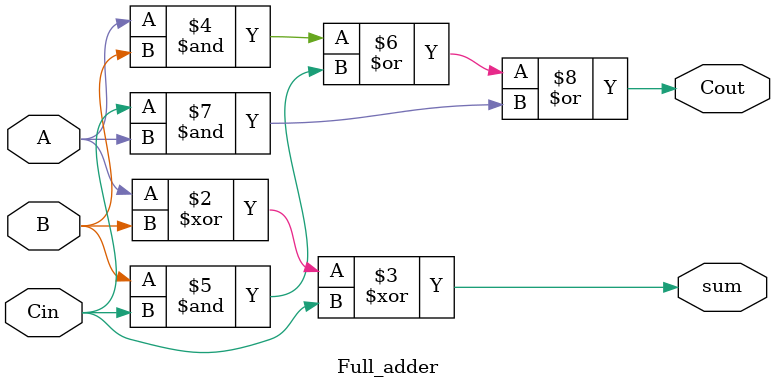
<source format=v>
`timescale 1ns / 1ps
module Full_adder(
    input A,
    input B,
    input Cin,
    output reg sum,
    output reg Cout
);
    always @(*) begin
        // Sum and carry-out logic for a single bit full adder
        sum = A ^ B ^ Cin;
        Cout = (A & B) | (B & Cin) | (Cin & A) ;
    end
endmodule

</source>
